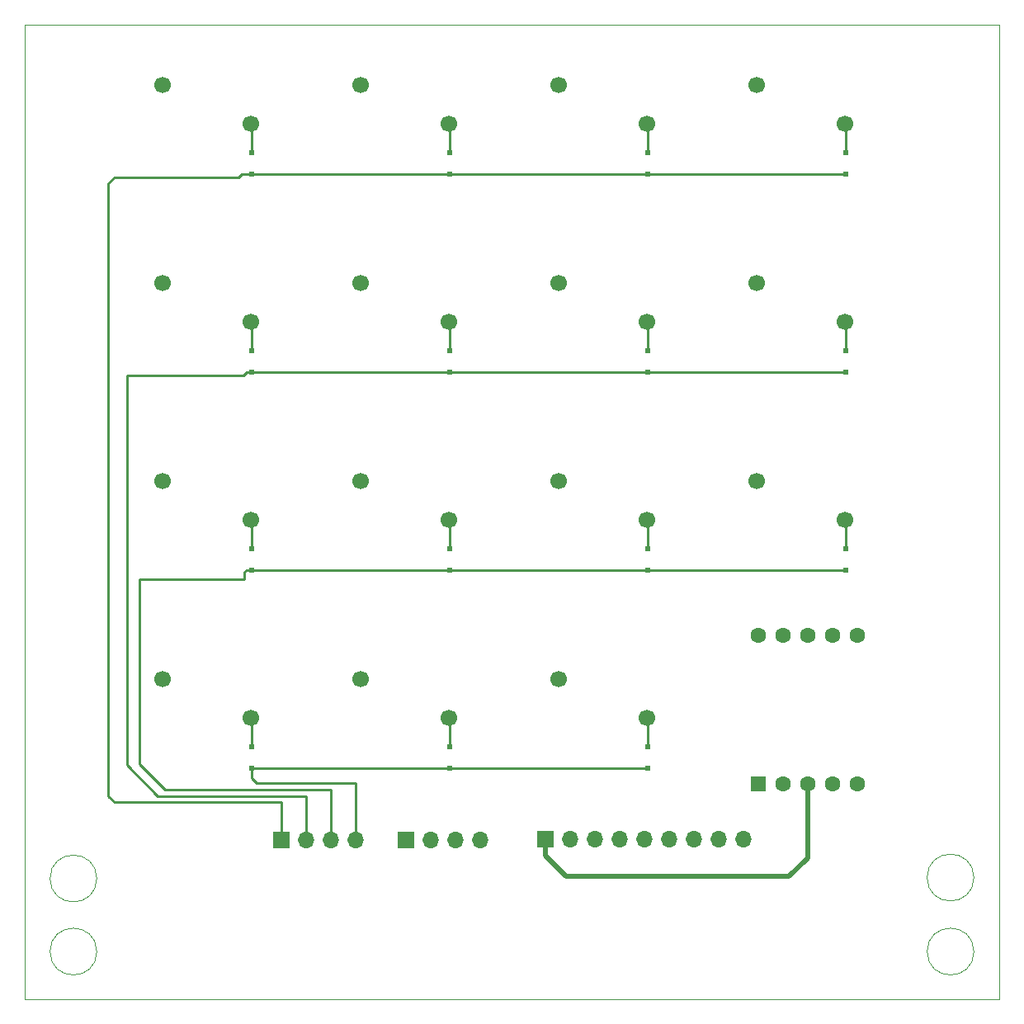
<source format=gbl>
G04 #@! TF.GenerationSoftware,KiCad,Pcbnew,(6.0.0)*
G04 #@! TF.CreationDate,2022-03-01T21:04:48+01:00*
G04 #@! TF.ProjectId,Keyboard_v2,4b657962-6f61-4726-945f-76322e6b6963,rev?*
G04 #@! TF.SameCoordinates,Original*
G04 #@! TF.FileFunction,Copper,L2,Bot*
G04 #@! TF.FilePolarity,Positive*
%FSLAX46Y46*%
G04 Gerber Fmt 4.6, Leading zero omitted, Abs format (unit mm)*
G04 Created by KiCad (PCBNEW (6.0.0)) date 2022-03-01 21:04:48*
%MOMM*%
%LPD*%
G01*
G04 APERTURE LIST*
G04 #@! TA.AperFunction,Profile*
%ADD10C,0.050000*%
G04 #@! TD*
G04 #@! TA.AperFunction,ComponentPad*
%ADD11C,1.700000*%
G04 #@! TD*
G04 #@! TA.AperFunction,ComponentPad*
%ADD12R,1.600000X1.600000*%
G04 #@! TD*
G04 #@! TA.AperFunction,ComponentPad*
%ADD13C,1.600000*%
G04 #@! TD*
G04 #@! TA.AperFunction,SMDPad,CuDef*
%ADD14R,0.500000X0.500000*%
G04 #@! TD*
G04 #@! TA.AperFunction,ComponentPad*
%ADD15R,1.700000X1.700000*%
G04 #@! TD*
G04 #@! TA.AperFunction,ComponentPad*
%ADD16O,1.700000X1.700000*%
G04 #@! TD*
G04 #@! TA.AperFunction,Conductor*
%ADD17C,0.250000*%
G04 #@! TD*
G04 #@! TA.AperFunction,Conductor*
%ADD18C,0.500000*%
G04 #@! TD*
G04 APERTURE END LIST*
D10*
X184745000Y-143405000D02*
X84745000Y-143405000D01*
X92150000Y-138500000D02*
G75*
G03*
X92150000Y-138500000I-2400000J0D01*
G01*
X182150000Y-138500000D02*
G75*
G03*
X182150000Y-138500000I-2400000J0D01*
G01*
X182145000Y-130905000D02*
G75*
G03*
X182145000Y-130905000I-2400000J0D01*
G01*
X84745000Y-43405000D02*
X184745000Y-43405000D01*
X84745000Y-143405000D02*
X84745000Y-43405000D01*
X184745000Y-43405000D02*
X184745000Y-143405000D01*
X92150000Y-131000000D02*
G75*
G03*
X92150000Y-131000000I-2400000J0D01*
G01*
D11*
X98918000Y-69922000D03*
X107918000Y-73922000D03*
X119238000Y-69922000D03*
X128238000Y-73922000D03*
X139558000Y-69922000D03*
X148558000Y-73922000D03*
X159878000Y-69922000D03*
X168878000Y-73922000D03*
X139558000Y-49602000D03*
X148558000Y-53602000D03*
X159878000Y-49602000D03*
X168878000Y-53602000D03*
X98918000Y-110562000D03*
X107918000Y-114562000D03*
X119238000Y-49602000D03*
X128238000Y-53602000D03*
X159878000Y-90242000D03*
X168878000Y-94242000D03*
X139558000Y-110562000D03*
X148558000Y-114562000D03*
D12*
X160020000Y-121285000D03*
D13*
X162560000Y-121285000D03*
X165100000Y-121285000D03*
X167640000Y-121285000D03*
X170180000Y-121285000D03*
X170180000Y-106045000D03*
X167640000Y-106045000D03*
X165100000Y-106045000D03*
X162560000Y-106045000D03*
X160020000Y-106045000D03*
D11*
X139558000Y-90242000D03*
X148558000Y-94242000D03*
X119238000Y-90242000D03*
X128238000Y-94242000D03*
X98918000Y-49602000D03*
X107918000Y-53602000D03*
X98918000Y-90242000D03*
X107918000Y-94242000D03*
X119238000Y-110562000D03*
X128238000Y-114562000D03*
D14*
X108000000Y-58735000D03*
X108000000Y-56535000D03*
X108000000Y-119695000D03*
X108000000Y-117495000D03*
X128320000Y-79055000D03*
X128320000Y-76855000D03*
X128320000Y-99375000D03*
X128320000Y-97175000D03*
X168960000Y-58735000D03*
X168960000Y-56535000D03*
X128320000Y-58735000D03*
X128320000Y-56535000D03*
X148640000Y-58735000D03*
X148640000Y-56535000D03*
X108000000Y-79055000D03*
X108000000Y-76855000D03*
X148640000Y-79055000D03*
X148640000Y-76855000D03*
X148640000Y-119695000D03*
X148640000Y-117495000D03*
X108000000Y-99375000D03*
X108000000Y-97175000D03*
D15*
X123835000Y-127070000D03*
D16*
X126375000Y-127070000D03*
X128915000Y-127070000D03*
X131455000Y-127070000D03*
D14*
X128320000Y-119695000D03*
X128320000Y-117495000D03*
X168960000Y-79055000D03*
X168960000Y-76855000D03*
D15*
X111125000Y-127070000D03*
D16*
X113665000Y-127070000D03*
X116205000Y-127070000D03*
X118745000Y-127070000D03*
D15*
X138176000Y-127000000D03*
D16*
X140716000Y-127000000D03*
X143256000Y-127000000D03*
X145796000Y-127000000D03*
X148336000Y-127000000D03*
X150876000Y-127000000D03*
X153416000Y-127000000D03*
X155956000Y-127000000D03*
X158496000Y-127000000D03*
D14*
X148640000Y-99375000D03*
X148640000Y-97175000D03*
X168960000Y-99375000D03*
X168960000Y-97175000D03*
D17*
X108522500Y-121222500D02*
X118682500Y-121222500D01*
X108500000Y-58735000D02*
X168960000Y-58735000D01*
X168960000Y-99375000D02*
X168460000Y-99375000D01*
X108000000Y-97175000D02*
X108000000Y-94959000D01*
X111125000Y-127000000D02*
X111125000Y-123190000D01*
X93980000Y-59055000D02*
X106680000Y-59055000D01*
X108000000Y-56535000D02*
X108000000Y-54319000D01*
X108000000Y-58735000D02*
X108500000Y-58735000D01*
X148640000Y-114644000D02*
X148558000Y-114562000D01*
X95250000Y-119380000D02*
X95250000Y-79375000D01*
X128320000Y-97175000D02*
X128320000Y-94959000D01*
X116205000Y-121920000D02*
X99190000Y-121920000D01*
D18*
X163195000Y-130810000D02*
X140335000Y-130810000D01*
D17*
X96520000Y-119250000D02*
X96520000Y-100330000D01*
X128320000Y-74004000D02*
X128238000Y-73922000D01*
X108000000Y-119695000D02*
X108000000Y-120700000D01*
X95250000Y-79375000D02*
X107180000Y-79375000D01*
X168960000Y-76855000D02*
X168960000Y-74639000D01*
X113665000Y-122555000D02*
X98425000Y-122555000D01*
X107180000Y-79375000D02*
X107500000Y-79055000D01*
X168960000Y-74004000D02*
X168878000Y-73922000D01*
X128320000Y-53684000D02*
X128238000Y-53602000D01*
X107315000Y-100330000D02*
X107315000Y-99560000D01*
X108000000Y-114644000D02*
X107918000Y-114562000D01*
D18*
X165100000Y-128905000D02*
X163195000Y-130810000D01*
D17*
X93345000Y-122555000D02*
X93345000Y-59690000D01*
X118682500Y-121222500D02*
X118745000Y-121285000D01*
X108000000Y-120700000D02*
X108522500Y-121222500D01*
X108000000Y-119695000D02*
X148640000Y-119695000D01*
X108000000Y-79055000D02*
X108500000Y-79055000D01*
X106680000Y-59055000D02*
X107000000Y-58735000D01*
X118745000Y-121285000D02*
X118745000Y-126365000D01*
X148640000Y-56535000D02*
X148640000Y-54319000D01*
X96520000Y-100330000D02*
X107315000Y-100330000D01*
X148640000Y-74004000D02*
X148558000Y-73922000D01*
X108000000Y-74004000D02*
X107918000Y-73922000D01*
X168960000Y-94324000D02*
X168878000Y-94242000D01*
X168960000Y-53684000D02*
X168878000Y-53602000D01*
X107000000Y-58735000D02*
X108000000Y-58735000D01*
X107500000Y-79055000D02*
X108000000Y-79055000D01*
X128320000Y-114644000D02*
X128238000Y-114562000D01*
X108000000Y-94324000D02*
X107918000Y-94242000D01*
X148640000Y-97175000D02*
X148640000Y-94959000D01*
X108500000Y-79055000D02*
X168960000Y-79055000D01*
X108000000Y-76855000D02*
X108000000Y-74639000D01*
D18*
X165100000Y-121285000D02*
X165100000Y-128905000D01*
X140335000Y-130810000D02*
X138176000Y-128651000D01*
D17*
X168960000Y-56535000D02*
X168960000Y-54319000D01*
X148640000Y-94324000D02*
X148558000Y-94242000D01*
X168960000Y-97175000D02*
X168960000Y-94959000D01*
X148640000Y-117495000D02*
X148640000Y-115279000D01*
X93345000Y-59690000D02*
X93980000Y-59055000D01*
X108000000Y-53684000D02*
X107918000Y-53602000D01*
X93980000Y-123190000D02*
X93345000Y-122555000D01*
X148640000Y-53684000D02*
X148558000Y-53602000D01*
X148640000Y-76855000D02*
X148640000Y-74639000D01*
X128320000Y-94324000D02*
X128238000Y-94242000D01*
X98425000Y-122555000D02*
X95250000Y-119380000D01*
X128320000Y-56535000D02*
X128320000Y-54319000D01*
X111125000Y-123190000D02*
X93980000Y-123190000D01*
X128320000Y-117495000D02*
X128320000Y-115279000D01*
X99190000Y-121920000D02*
X96520000Y-119250000D01*
X116205000Y-127000000D02*
X116205000Y-121920000D01*
X107315000Y-99560000D02*
X107500000Y-99375000D01*
D18*
X138176000Y-128651000D02*
X138176000Y-127000000D01*
D17*
X168460000Y-99375000D02*
X108000000Y-99375000D01*
X107500000Y-99375000D02*
X108000000Y-99375000D01*
X128320000Y-76855000D02*
X128320000Y-74639000D01*
X113665000Y-127000000D02*
X113665000Y-122555000D01*
X108000000Y-117495000D02*
X108000000Y-115279000D01*
M02*

</source>
